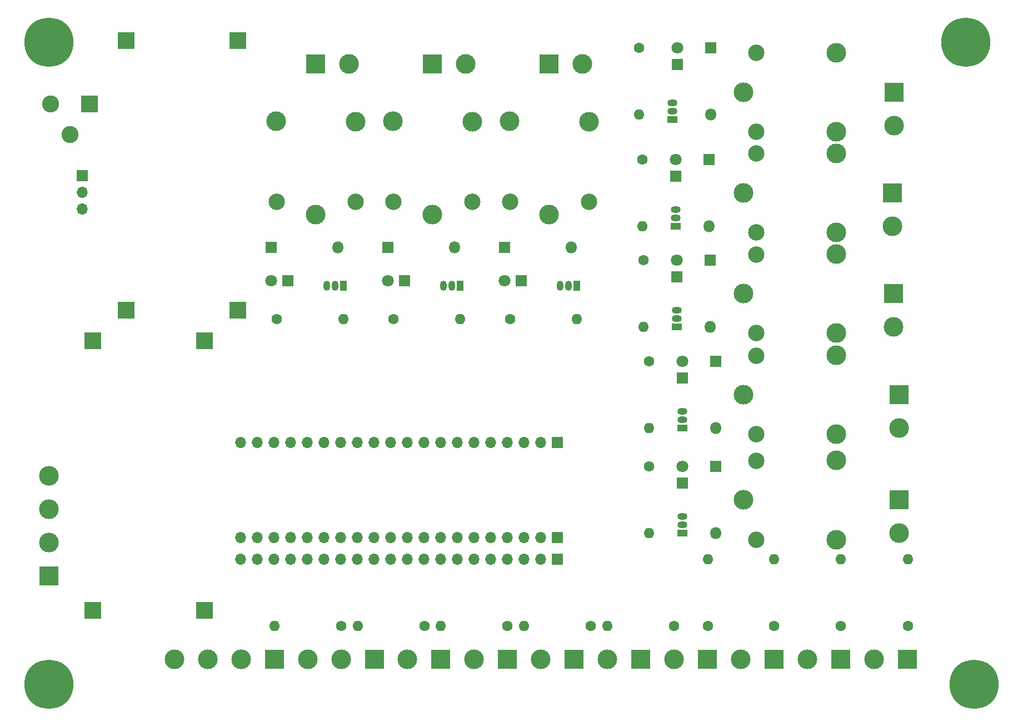
<source format=gbr>
%TF.GenerationSoftware,KiCad,Pcbnew,8.0.1*%
%TF.CreationDate,2024-05-20T21:19:55+03:00*%
%TF.ProjectId,oxygen_harvester,6f787967-656e-45f6-9861-727665737465,rev?*%
%TF.SameCoordinates,Original*%
%TF.FileFunction,Soldermask,Bot*%
%TF.FilePolarity,Negative*%
%FSLAX46Y46*%
G04 Gerber Fmt 4.6, Leading zero omitted, Abs format (unit mm)*
G04 Created by KiCad (PCBNEW 8.0.1) date 2024-05-20 21:19:55*
%MOMM*%
%LPD*%
G01*
G04 APERTURE LIST*
%ADD10R,1.700000X1.700000*%
%ADD11O,1.700000X1.700000*%
%ADD12R,1.050000X1.500000*%
%ADD13O,1.050000X1.500000*%
%ADD14C,1.600000*%
%ADD15O,1.600000X1.600000*%
%ADD16C,3.000000*%
%ADD17C,2.500000*%
%ADD18R,3.000000X3.000000*%
%ADD19R,2.600000X2.600000*%
%ADD20C,2.600000*%
%ADD21C,7.500000*%
%ADD22R,1.800000X1.800000*%
%ADD23C,1.800000*%
%ADD24R,1.500000X1.050000*%
%ADD25O,1.500000X1.050000*%
%ADD26O,1.800000X1.800000*%
%ADD27R,2.500000X2.500000*%
G04 APERTURE END LIST*
D10*
%TO.C,SW1*%
X88900000Y-66040000D03*
D11*
X88900000Y-68580000D03*
X88900000Y-71120000D03*
%TD*%
D10*
%TO.C,J4*%
X161280000Y-121180000D03*
D11*
X158740000Y-121180000D03*
X156200000Y-121180000D03*
X153660000Y-121180000D03*
X151120000Y-121180000D03*
X148580000Y-121180000D03*
X146040000Y-121180000D03*
X143500000Y-121180000D03*
X140960000Y-121180000D03*
X138420000Y-121180000D03*
X135880000Y-121180000D03*
X133340000Y-121180000D03*
X130800000Y-121180000D03*
X128260000Y-121180000D03*
X125720000Y-121180000D03*
X123180000Y-121180000D03*
X120640000Y-121180000D03*
X118100000Y-121180000D03*
X115560000Y-121180000D03*
X113020000Y-121180000D03*
%TD*%
D10*
%TO.C,J3*%
X161280000Y-124460000D03*
D11*
X158740000Y-124460000D03*
X156200000Y-124460000D03*
X153660000Y-124460000D03*
X151120000Y-124460000D03*
X148580000Y-124460000D03*
X146040000Y-124460000D03*
X143500000Y-124460000D03*
X140960000Y-124460000D03*
X138420000Y-124460000D03*
X135880000Y-124460000D03*
X133340000Y-124460000D03*
X130800000Y-124460000D03*
X128260000Y-124460000D03*
X125720000Y-124460000D03*
X123180000Y-124460000D03*
X120640000Y-124460000D03*
X118100000Y-124460000D03*
X115560000Y-124460000D03*
X113020000Y-124460000D03*
%TD*%
D10*
%TO.C,J2*%
X161285000Y-106680000D03*
D11*
X158745000Y-106680000D03*
X156205000Y-106680000D03*
X153665000Y-106680000D03*
X151125000Y-106680000D03*
X148585000Y-106680000D03*
X146045000Y-106680000D03*
X143505000Y-106680000D03*
X140965000Y-106680000D03*
X138425000Y-106680000D03*
X135885000Y-106680000D03*
X133345000Y-106680000D03*
X130805000Y-106680000D03*
X128265000Y-106680000D03*
X125725000Y-106680000D03*
X123185000Y-106680000D03*
X120645000Y-106680000D03*
X118105000Y-106680000D03*
X115565000Y-106680000D03*
X113025000Y-106680000D03*
%TD*%
D12*
%TO.C,Q7*%
X146460000Y-82800000D03*
D13*
X145190000Y-82800000D03*
X143920000Y-82800000D03*
%TD*%
D14*
%TO.C,R13*%
X204470000Y-134620000D03*
D15*
X204470000Y-124460000D03*
%TD*%
D16*
%TO.C,K7*%
X142240000Y-72000000D03*
D17*
X148290000Y-70050000D03*
D16*
X148290000Y-57850000D03*
X136240000Y-57800000D03*
D17*
X136290000Y-70050000D03*
%TD*%
D16*
%TO.C,K6*%
X160020000Y-72000000D03*
D17*
X166070000Y-70050000D03*
D16*
X166070000Y-57850000D03*
X154020000Y-57800000D03*
D17*
X154070000Y-70050000D03*
%TD*%
D18*
%TO.C,J17*%
X163830000Y-139700000D03*
D16*
X158750000Y-139700000D03*
%TD*%
D19*
%TO.C,J1*%
X90020000Y-55130000D03*
D20*
X84020000Y-55130000D03*
X87020000Y-59830000D03*
%TD*%
D18*
%TO.C,J12*%
X212600000Y-53340000D03*
D16*
X212600000Y-58420000D03*
%TD*%
D21*
%TO.C,H4*%
X224790000Y-143510000D03*
%TD*%
D22*
%TO.C,D14*%
X155780000Y-82040000D03*
D23*
X153240000Y-82040000D03*
%TD*%
D18*
%TO.C,J11*%
X212310000Y-68670000D03*
D16*
X212310000Y-73750000D03*
%TD*%
D14*
%TO.C,R2*%
X175260000Y-110380000D03*
D15*
X175260000Y-120540000D03*
%TD*%
D21*
%TO.C,H2*%
X223520000Y-45720000D03*
%TD*%
%TO.C,H3*%
X83820000Y-143510000D03*
%TD*%
D14*
%TO.C,R1*%
X128350000Y-134620000D03*
D15*
X118190000Y-134620000D03*
%TD*%
D24*
%TO.C,Q3*%
X179460000Y-89100000D03*
D25*
X179460000Y-87830000D03*
X179460000Y-86560000D03*
%TD*%
D18*
%TO.C,J20*%
X153670000Y-139700000D03*
D16*
X148590000Y-139700000D03*
%TD*%
D18*
%TO.C,J9*%
X213340000Y-99430000D03*
D16*
X213340000Y-104510000D03*
%TD*%
D22*
%TO.C,D5*%
X180340000Y-112920000D03*
D23*
X180340000Y-110380000D03*
%TD*%
D16*
%TO.C,K2*%
X189600000Y-99430000D03*
D17*
X191550000Y-105480000D03*
D16*
X203750000Y-105480000D03*
X203800000Y-93430000D03*
D17*
X191550000Y-93480000D03*
%TD*%
D24*
%TO.C,Q4*%
X179290000Y-73750000D03*
D25*
X179290000Y-72480000D03*
X179290000Y-71210000D03*
%TD*%
D14*
%TO.C,R3*%
X175240000Y-94350000D03*
D15*
X175240000Y-104510000D03*
%TD*%
D22*
%TO.C,D16*%
X120220000Y-82040000D03*
D23*
X117680000Y-82040000D03*
%TD*%
D14*
%TO.C,R17*%
X214710000Y-134620000D03*
D15*
X214710000Y-124460000D03*
%TD*%
D14*
%TO.C,R12*%
X184230000Y-134620000D03*
D15*
X184230000Y-124460000D03*
%TD*%
D14*
%TO.C,R16*%
X194310000Y-134620000D03*
D15*
X194310000Y-124460000D03*
%TD*%
D22*
%TO.C,D8*%
X179290000Y-66130000D03*
D23*
X179290000Y-63590000D03*
%TD*%
D22*
%TO.C,D7*%
X179460000Y-81480000D03*
D23*
X179460000Y-78940000D03*
%TD*%
D14*
%TO.C,R11*%
X166370000Y-134620000D03*
D15*
X156210000Y-134620000D03*
%TD*%
D18*
%TO.C,J15*%
X124460000Y-49020000D03*
D16*
X129540000Y-49020000D03*
%TD*%
%TO.C,K4*%
X189620000Y-68670000D03*
D17*
X191570000Y-74720000D03*
D16*
X203770000Y-74720000D03*
X203820000Y-62670000D03*
D17*
X191570000Y-62720000D03*
%TD*%
D14*
%TO.C,R4*%
X174380000Y-78940000D03*
D15*
X174380000Y-89100000D03*
%TD*%
D18*
%TO.C,J23*%
X214630000Y-139700000D03*
D16*
X209550000Y-139700000D03*
%TD*%
D18*
%TO.C,J10*%
X212480000Y-84020000D03*
D16*
X212480000Y-89100000D03*
%TD*%
D14*
%TO.C,R5*%
X174210000Y-63590000D03*
D15*
X174210000Y-73750000D03*
%TD*%
D18*
%TO.C,J18*%
X184150000Y-139700000D03*
D16*
X179070000Y-139700000D03*
%TD*%
D22*
%TO.C,D1*%
X185420000Y-110380000D03*
D26*
X185420000Y-120540000D03*
%TD*%
D18*
%TO.C,J19*%
X204470000Y-139700000D03*
D16*
X199390000Y-139700000D03*
%TD*%
D12*
%TO.C,Q6*%
X164240000Y-82800000D03*
D13*
X162970000Y-82800000D03*
X161700000Y-82800000D03*
%TD*%
D14*
%TO.C,R9*%
X118520000Y-87880000D03*
D15*
X128680000Y-87880000D03*
%TD*%
D27*
%TO.C,U1*%
X107535000Y-91230000D03*
X90475000Y-91230000D03*
X107535000Y-132290000D03*
X90475000Y-132290000D03*
%TD*%
D14*
%TO.C,R14*%
X153670000Y-134620000D03*
D15*
X143510000Y-134620000D03*
%TD*%
D18*
%TO.C,J13*%
X160020000Y-49020000D03*
D16*
X165100000Y-49020000D03*
%TD*%
D22*
%TO.C,D4*%
X184370000Y-63590000D03*
D26*
X184370000Y-73750000D03*
%TD*%
D14*
%TO.C,R15*%
X179070000Y-134620000D03*
D15*
X168910000Y-134620000D03*
%TD*%
D18*
%TO.C,J5*%
X83820000Y-127000000D03*
D16*
X83820000Y-121920000D03*
X83820000Y-116840000D03*
X83820000Y-111760000D03*
%TD*%
D14*
%TO.C,R7*%
X154080000Y-87880000D03*
D15*
X164240000Y-87880000D03*
%TD*%
D18*
%TO.C,J22*%
X194310000Y-139700000D03*
D16*
X189230000Y-139700000D03*
%TD*%
%TO.C,K1*%
X189620000Y-115460000D03*
D17*
X191570000Y-121510000D03*
D16*
X203770000Y-121510000D03*
X203820000Y-109460000D03*
D17*
X191570000Y-109510000D03*
%TD*%
D24*
%TO.C,Q1*%
X180340000Y-120540000D03*
D25*
X180340000Y-119270000D03*
X180340000Y-118000000D03*
%TD*%
D18*
%TO.C,J16*%
X143510000Y-139700000D03*
D16*
X138430000Y-139700000D03*
%TD*%
D18*
%TO.C,J14*%
X142240000Y-49020000D03*
D16*
X147320000Y-49020000D03*
%TD*%
D18*
%TO.C,J8*%
X213360000Y-115460000D03*
D16*
X213360000Y-120540000D03*
%TD*%
D18*
%TO.C,J6*%
X133430000Y-139700000D03*
D16*
X128350000Y-139700000D03*
X123270000Y-139700000D03*
%TD*%
D22*
%TO.C,D15*%
X138000000Y-82040000D03*
D23*
X135460000Y-82040000D03*
%TD*%
D14*
%TO.C,R6*%
X173740000Y-46560000D03*
D15*
X173740000Y-56720000D03*
%TD*%
D22*
%TO.C,D13*%
X179580000Y-49100000D03*
D23*
X179580000Y-46560000D03*
%TD*%
D16*
%TO.C,K8*%
X124460000Y-72000000D03*
D17*
X130510000Y-70050000D03*
D16*
X130510000Y-57850000D03*
X118460000Y-57800000D03*
D17*
X118510000Y-70050000D03*
%TD*%
D27*
%TO.C,U2*%
X112615000Y-45510000D03*
X95555000Y-45510000D03*
X112615000Y-86570000D03*
X95555000Y-86570000D03*
%TD*%
D22*
%TO.C,D3*%
X184540000Y-78940000D03*
D26*
X184540000Y-89100000D03*
%TD*%
D16*
%TO.C,K5*%
X189620000Y-53340000D03*
D17*
X191570000Y-59390000D03*
D16*
X203770000Y-59390000D03*
X203820000Y-47340000D03*
D17*
X191570000Y-47390000D03*
%TD*%
D18*
%TO.C,J7*%
X118190000Y-139700000D03*
D16*
X113110000Y-139700000D03*
X108030000Y-139700000D03*
X102950000Y-139700000D03*
%TD*%
D18*
%TO.C,J21*%
X173990000Y-139700000D03*
D16*
X168910000Y-139700000D03*
%TD*%
D22*
%TO.C,D6*%
X180320000Y-96890000D03*
D23*
X180320000Y-94350000D03*
%TD*%
D14*
%TO.C,R8*%
X136300000Y-87880000D03*
D15*
X146460000Y-87880000D03*
%TD*%
D21*
%TO.C,H1*%
X83820000Y-45720000D03*
%TD*%
D22*
%TO.C,D12*%
X117680000Y-76960000D03*
D26*
X127840000Y-76960000D03*
%TD*%
D22*
%TO.C,D11*%
X135460000Y-76960000D03*
D26*
X145620000Y-76960000D03*
%TD*%
D12*
%TO.C,Q8*%
X128680000Y-82800000D03*
D13*
X127410000Y-82800000D03*
X126140000Y-82800000D03*
%TD*%
D22*
%TO.C,D10*%
X153240000Y-76960000D03*
D26*
X163400000Y-76960000D03*
%TD*%
D24*
%TO.C,Q5*%
X178820000Y-57560000D03*
D25*
X178820000Y-56290000D03*
X178820000Y-55020000D03*
%TD*%
D16*
%TO.C,K3*%
X189620000Y-84020000D03*
D17*
X191570000Y-90070000D03*
D16*
X203770000Y-90070000D03*
X203820000Y-78020000D03*
D17*
X191570000Y-78070000D03*
%TD*%
D14*
%TO.C,R10*%
X141050000Y-134620000D03*
D15*
X130890000Y-134620000D03*
%TD*%
D22*
%TO.C,D9*%
X184660000Y-46560000D03*
D26*
X184660000Y-56720000D03*
%TD*%
D22*
%TO.C,D2*%
X185400000Y-94350000D03*
D26*
X185400000Y-104510000D03*
%TD*%
D24*
%TO.C,Q2*%
X180320000Y-104510000D03*
D25*
X180320000Y-103240000D03*
X180320000Y-101970000D03*
%TD*%
M02*

</source>
